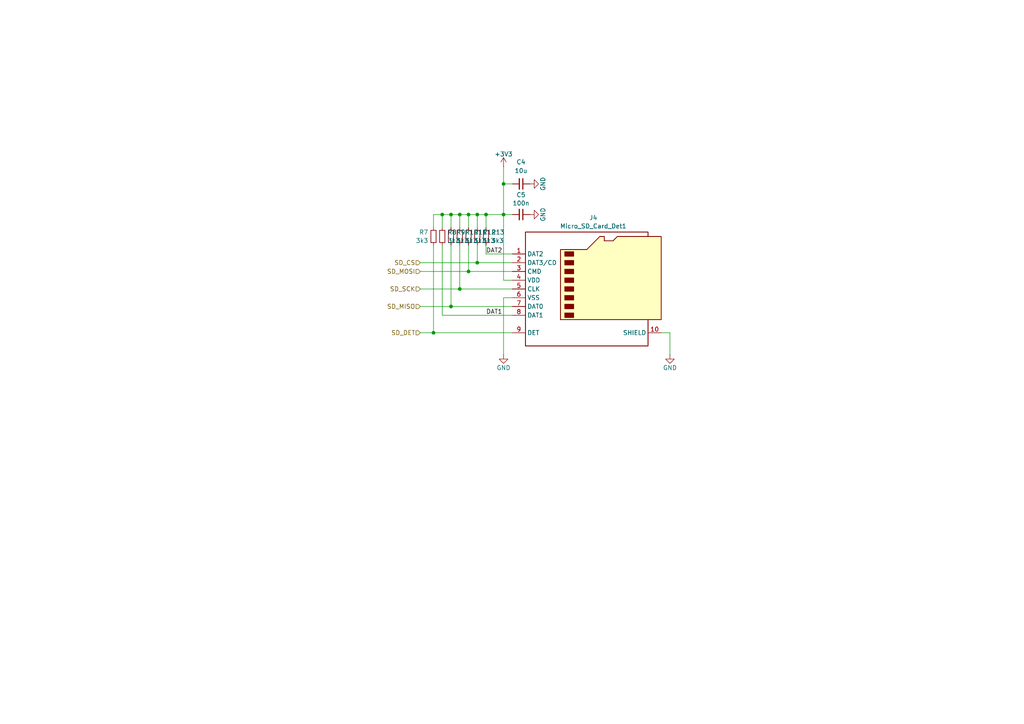
<source format=kicad_sch>
(kicad_sch (version 20231120) (generator "eeschema") (generator_version "8.0")
  (paper "A4")
  (lib_symbols
    (symbol "Connector:Micro_SD_Card_Det1"
      (property "Reference" "J" (at -16.51 17.78 0))
      (property "Value" "Micro_SD_Card_Det1" (at 16.51 17.78 0))
      (symbol "Micro_SD_Card_Det1_0_1"
        (rectangle (start -7.62 -6.985) (end -5.08 -8.255) (stroke (width 0.254)) (fill (type outline)))
        (rectangle (start -7.62 -4.445) (end -5.08 -5.715) (stroke (width 0.254)) (fill (type outline)))
        (rectangle (start -7.62 -1.905) (end -5.08 -3.175) (stroke (width 0.254)) (fill (type outline)))
        (rectangle (start -7.62 0.635) (end -5.08 -0.635) (stroke (width 0.254)) (fill (type outline)))
        (rectangle (start -7.62 3.175) (end -5.08 1.905) (stroke (width 0.254)) (fill (type outline)))
        (rectangle (start -7.62 5.715) (end -5.08 4.445) (stroke (width 0.254)) (fill (type outline)))
        (rectangle (start -7.62 8.255) (end -5.08 6.985) (stroke (width 0.254)) (fill (type outline)))
        (rectangle (start -7.62 10.795) (end -5.08 9.525) (stroke (width 0.254)) (fill (type outline)))
        (polyline (pts (xy 16.51 15.24) (xy 16.51 16.51) (xy -19.05 16.51) (xy -19.05 -16.51) (xy 16.51 -16.51) (xy 16.51 -8.89)) (stroke (width 0.254)))
        (polyline (pts (xy -8.89 -8.89) (xy -8.89 11.43) (xy -1.27 11.43) (xy 2.54 15.24) (xy 3.81 15.24) (xy 3.81 13.97) (xy 6.35 13.97) (xy 7.62 15.24) (xy 20.32 15.24) (xy 20.32 -8.89) (xy -8.89 -8.89)) (stroke (width 0.254)) (fill (type background)))
      )
      (symbol "Micro_SD_Card_Det1_1_1"
        (pin bidirectional line (at -22.86 10.16 0) (length 3.81) (name "DAT2") (number "1"))
        (pin passive line (at 20.32 -12.7 180) (length 3.81) (name "SHIELD") (number "10"))
        (pin bidirectional line (at -22.86 7.62 0) (length 3.81) (name "DAT3/CD") (number "2"))
        (pin input line (at -22.86 5.08 0) (length 3.81) (name "CMD") (number "3"))
        (pin power_in line (at -22.86 2.54 0) (length 3.81) (name "VDD") (number "4"))
        (pin input line (at -22.86 0 0) (length 3.81) (name "CLK") (number "5"))
        (pin power_in line (at -22.86 -2.54 0) (length 3.81) (name "VSS") (number "6"))
        (pin bidirectional line (at -22.86 -5.08 0) (length 3.81) (name "DAT0") (number "7"))
        (pin bidirectional line (at -22.86 -7.62 0) (length 3.81) (name "DAT1") (number "8"))
        (pin passive line (at -22.86 -12.7 0) (length 3.81) (name "DET") (number "9"))
      )
    )
    (symbol "Device:C_Small" (pin_numbers hide) (pin_names (offset 0.254) hide)
      (property "Reference" "C" (at 0.254 1.778 0))
      (property "Value" "C_Small" (at 0.254 -2.032 0))
      (symbol "C_Small_0_1"
        (polyline (pts (xy -1.524 -0.508) (xy 1.524 -0.508)) (stroke (width 0.3302)))
        (polyline (pts (xy -1.524 0.508) (xy 1.524 0.508)) (stroke (width 0.3048)))
      )
      (symbol "C_Small_1_1"
        (pin passive line (at 0 2.54 270) (length 2.032) (name "~") (number "1"))
        (pin passive line (at 0 -2.54 90) (length 2.032) (name "~") (number "2"))
      )
    )
    (symbol "Device:R_Small" (pin_numbers hide) (pin_names (offset 0.254) hide)
      (property "Reference" "R" (at 0.762 0.508 0))
      (property "Value" "R_Small" (at 0.762 -1.016 0))
      (symbol "R_Small_0_1"
        (rectangle (start -0.762 1.778) (end 0.762 -1.778) (stroke (width 0.2032)))
      )
      (symbol "R_Small_1_1"
        (pin passive line (at 0 2.54 270) (length 0.762) (name "~") (number "1"))
        (pin passive line (at 0 -2.54 90) (length 0.762) (name "~") (number "2"))
      )
    )
    (symbol "power:+3V3" (power) (pin_numbers hide) (pin_names (offset 0) hide)
      (property "Value" "+3V3" (at 0 3.556 0))
      (symbol "+3V3_0_1"
        (polyline (pts (xy -0.762 1.27) (xy 0 2.54)))
        (polyline (pts (xy 0 0) (xy 0 2.54)))
        (polyline (pts (xy 0 2.54) (xy 0.762 1.27)))
      )
      (symbol "+3V3_1_1"
        (pin power_in line (at 0 0 90) (length 0) (name "~") (number "1"))
      )
    )
    (symbol "power:GND" (power) (pin_numbers hide) (pin_names (offset 0) hide)
      (property "Value" "GND" (at 0 -3.81 0))
      (symbol "GND_0_1"
        (polyline (pts (xy 0 0) (xy 0 -1.27) (xy 1.27 -1.27) (xy 0 -2.54) (xy -1.27 -1.27) (xy 0 -1.27)))
      )
      (symbol "GND_1_1"
        (pin power_in line (at 0 0 270) (length 0) (name "~") (number "1"))
      )
    )
  )
  (junction (at 125.73 96.52))
  (junction (at 135.89 78.74))
  (junction (at 138.43 62.23))
  (junction (at 135.89 62.23))
  (junction (at 138.43 76.2))
  (junction (at 140.97 62.23))
  (junction (at 133.35 83.82))
  (junction (at 146.05 53.34))
  (junction (at 130.81 62.23))
  (junction (at 146.05 62.23))
  (junction (at 133.35 62.23))
  (junction (at 128.27 62.23))
  (junction (at 130.81 88.9))
  (wire (pts (xy 125.73 62.23) (xy 128.27 62.23)))
  (wire (pts (xy 135.89 71.12) (xy 135.89 78.74)))
  (wire (pts (xy 138.43 71.12) (xy 138.43 76.2)))
  (wire (pts (xy 138.43 62.23) (xy 138.43 66.04)))
  (wire (pts (xy 146.05 53.34) (xy 148.59 53.34)))
  (wire (pts (xy 138.43 76.2) (xy 148.59 76.2)))
  (wire (pts (xy 130.81 62.23) (xy 133.35 62.23)))
  (wire (pts (xy 140.97 73.66) (xy 140.97 71.12)))
  (wire (pts (xy 128.27 91.44) (xy 128.27 71.12)))
  (wire (pts (xy 148.59 81.28) (xy 146.05 81.28)))
  (wire (pts (xy 146.05 62.23) (xy 146.05 81.28)))
  (wire (pts (xy 148.59 91.44) (xy 128.27 91.44)))
  (wire (pts (xy 146.05 102.87) (xy 146.05 86.36)))
  (wire (pts (xy 146.05 62.23) (xy 146.05 53.34)))
  (wire (pts (xy 125.73 71.12) (xy 125.73 96.52)))
  (wire (pts (xy 133.35 62.23) (xy 133.35 66.04)))
  (wire (pts (xy 125.73 96.52) (xy 148.59 96.52)))
  (wire (pts (xy 121.92 83.82) (xy 133.35 83.82)))
  (wire (pts (xy 130.81 71.12) (xy 130.81 88.9)))
  (wire (pts (xy 121.92 78.74) (xy 135.89 78.74)))
  (wire (pts (xy 128.27 62.23) (xy 128.27 66.04)))
  (wire (pts (xy 138.43 62.23) (xy 140.97 62.23)))
  (wire (pts (xy 121.92 96.52) (xy 125.73 96.52)))
  (wire (pts (xy 140.97 62.23) (xy 140.97 66.04)))
  (wire (pts (xy 135.89 78.74) (xy 148.59 78.74)))
  (wire (pts (xy 135.89 62.23) (xy 138.43 62.23)))
  (wire (pts (xy 130.81 62.23) (xy 130.81 66.04)))
  (wire (pts (xy 128.27 62.23) (xy 130.81 62.23)))
  (wire (pts (xy 140.97 62.23) (xy 146.05 62.23)))
  (wire (pts (xy 194.31 96.52) (xy 191.77 96.52)))
  (wire (pts (xy 146.05 53.34) (xy 146.05 48.26)))
  (wire (pts (xy 146.05 86.36) (xy 148.59 86.36)))
  (wire (pts (xy 121.92 88.9) (xy 130.81 88.9)))
  (wire (pts (xy 133.35 83.82) (xy 148.59 83.82)))
  (wire (pts (xy 146.05 62.23) (xy 148.59 62.23)))
  (wire (pts (xy 130.81 88.9) (xy 148.59 88.9)))
  (wire (pts (xy 125.73 66.04) (xy 125.73 62.23)))
  (wire (pts (xy 133.35 71.12) (xy 133.35 83.82)))
  (wire (pts (xy 133.35 62.23) (xy 135.89 62.23)))
  (wire (pts (xy 135.89 62.23) (xy 135.89 66.04)))
  (wire (pts (xy 148.59 73.66) (xy 140.97 73.66)))
  (wire (pts (xy 194.31 102.87) (xy 194.31 96.52)))
  (wire (pts (xy 121.92 76.2) (xy 138.43 76.2)))
  (label "DAT2" (at 140.97 73.66 0))
  (label "DAT1" (at 140.97 91.44 0))
  (hierarchical_label "SD_CS" (shape input) (at 121.92 76.2 180))
  (hierarchical_label "SD_MOSI" (shape input) (at 121.92 78.74 180))
  (hierarchical_label "SD_SCK" (shape input) (at 121.92 83.82 180))
  (hierarchical_label "SD_DET" (shape input) (at 121.92 96.52 180))
  (hierarchical_label "SD_MISO" (shape input) (at 121.92 88.9 180))
  (symbol (lib_id "power:GND") (at 194.31 102.87 0) (unit 1)
    (property "Reference" "#PWR036" (effects (hide yes)))
    (property "Value" "GND" (at 194.31 106.68 0))
    (property "Description" "Power symbol creates a global label with name \"GND\" , ground" (effects (hide yes)))
  )
  (symbol (lib_id "power:GND") (at 146.05 102.87 0) (unit 1)
    (property "Reference" "#PWR035" (effects (hide yes)))
    (property "Value" "GND" (at 146.05 106.68 0))
    (property "Description" "Power symbol creates a global label with name \"GND\" , ground" (effects (hide yes)))
  )
  (symbol (lib_id "power:GND") (at 153.67 53.34 90) (unit 1)
    (property "Reference" "#PWR033" (effects (hide yes)))
    (property "Value" "GND" (at 157.48 53.34 0))
    (property "Description" "Power symbol creates a global label with name \"GND\" , ground" (effects (hide yes)))
  )
  (symbol (lib_id "power:+3V3") (at 146.05 48.26 0) (unit 1)
    (property "Reference" "#PWR032" (effects (hide yes)))
    (property "Value" "+3V3" (at 146.05 44.704 0))
    (property "Description" "Power symbol creates a global label with name \"+3V3\"" (effects (hide yes)))
  )
  (symbol (lib_id "Device:C_Small") (at 151.13 62.23 270) (mirror x) (unit 1)
    (property "Reference" "C5" (at 151.1237 56.5236 90))
    (property "Value" "100n" (at 151.1237 58.9478 90))
    (property "Footprint" "Capacitor_SMD:C_0402_1005Metric" (effects (hide yes)))
    (property "LCSC" "C1525" (effects (hide yes)))
  )
  (symbol (lib_id "Connector:Micro_SD_Card_Det1") (at 171.45 83.82 0) (unit 1)
    (property "Reference" "J4" (at 172.085 63.1657 0))
    (property "Value" "Micro_SD_Card_Det1" (at 172.085 65.5899 0))
    (property "Footprint" "My_Footprints:TF_PUSH_Micro-SD-Connector" (effects (hide yes)))
    (property "Datasheet" "https://datasheet.lcsc.com/lcsc/2110151630_XKB-Connectivity-XKTF-015-N_C381082.pdf" (effects (hide yes)))
    (property "LCSC" "C393941" (effects (hide yes)))
  )
  (symbol (lib_id "Device:R_Small") (at 133.35 68.58 0) (unit 1)
    (property "Reference" "R10" (at 134.8486 67.3679 0) (effects (justify left)))
    (property "Value" "3k3" (at 134.8486 69.7921 0) (effects (justify left)))
    (property "Footprint" "Resistor_SMD:R_0402_1005Metric" (effects (hide yes)))
    (property "LCSC" "C25890" (effects (hide yes)))
  )
  (symbol (lib_id "Device:R_Small") (at 138.43 68.58 0) (unit 1)
    (property "Reference" "R12" (at 139.9286 67.3679 0) (effects (justify left)))
    (property "Value" "3k3" (at 139.9286 69.7921 0) (effects (justify left)))
    (property "Footprint" "Resistor_SMD:R_0402_1005Metric" (effects (hide yes)))
    (property "LCSC" "C25890" (effects (hide yes)))
  )
  (symbol (lib_id "Device:R_Small") (at 140.97 68.58 0) (unit 1)
    (property "Reference" "R13" (at 142.4686 67.3679 0) (effects (justify left)))
    (property "Value" "3k3" (at 142.4686 69.7921 0) (effects (justify left)))
    (property "Footprint" "Resistor_SMD:R_0402_1005Metric" (effects (hide yes)))
    (property "LCSC" "C25890" (effects (hide yes)))
  )
  (symbol (lib_id "Device:R_Small") (at 135.89 68.58 0) (unit 1)
    (property "Reference" "R11" (at 137.3886 67.3679 0) (effects (justify left)))
    (property "Value" "3k3" (at 137.3886 69.7921 0) (effects (justify left)))
    (property "Footprint" "Resistor_SMD:R_0402_1005Metric" (effects (hide yes)))
    (property "LCSC" "C25890" (effects (hide yes)))
  )
  (symbol (lib_id "Device:R_Small") (at 125.73 68.58 0) (mirror y) (unit 1)
    (property "Reference" "R7" (at 124.2314 67.3679 0) (effects (justify left)))
    (property "Value" "3k3" (at 124.2314 69.7921 0) (effects (justify left)))
    (property "Footprint" "Resistor_SMD:R_0402_1005Metric" (effects (hide yes)))
    (property "LCSC" "C25890" (effects (hide yes)))
  )
  (symbol (lib_id "Device:C_Small") (at 151.13 53.34 270) (mirror x) (unit 1)
    (property "Reference" "C4" (at 151.1236 46.99 90))
    (property "Value" "10u" (at 151.1236 49.53 90))
    (property "Footprint" "Capacitor_SMD:C_0402_1005Metric" (effects (hide yes)))
    (property "LCSC" "C15525" (effects (hide yes)))
  )
  (symbol (lib_id "Device:R_Small") (at 130.81 68.58 0) (unit 1)
    (property "Reference" "R9" (at 132.3086 67.3679 0) (effects (justify left)))
    (property "Value" "3k3" (at 132.3086 69.7921 0) (effects (justify left)))
    (property "Footprint" "Resistor_SMD:R_0402_1005Metric" (effects (hide yes)))
    (property "LCSC" "C25890" (effects (hide yes)))
  )
  (symbol (lib_id "power:GND") (at 153.67 62.23 90) (unit 1)
    (property "Reference" "#PWR034" (effects (hide yes)))
    (property "Value" "GND" (at 157.48 62.23 0))
    (property "Description" "Power symbol creates a global label with name \"GND\" , ground" (effects (hide yes)))
  )
  (symbol (lib_id "Device:R_Small") (at 128.27 68.58 0) (unit 1)
    (property "Reference" "R8" (at 129.7686 67.3679 0) (effects (justify left)))
    (property "Value" "3k3" (at 129.7686 69.7921 0) (effects (justify left)))
    (property "Footprint" "Resistor_SMD:R_0402_1005Metric" (effects (hide yes)))
    (property "LCSC" "C25890" (effects (hide yes)))
  )
)
</source>
